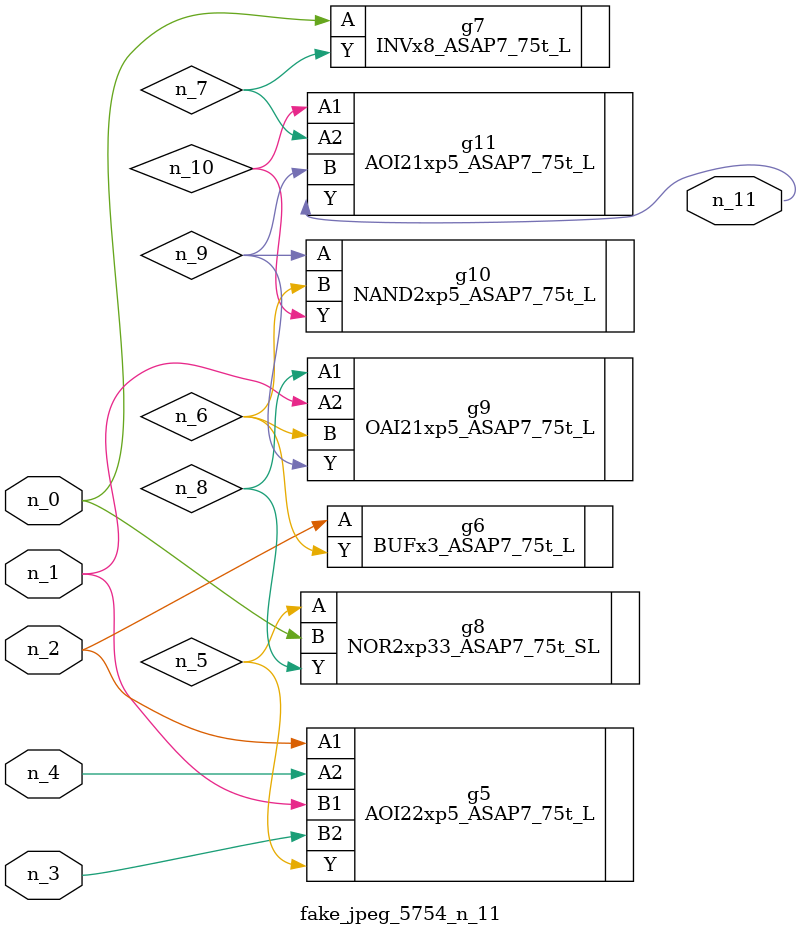
<source format=v>
module fake_jpeg_5754_n_11 (n_3, n_2, n_1, n_0, n_4, n_11);

input n_3;
input n_2;
input n_1;
input n_0;
input n_4;

output n_11;

wire n_10;
wire n_8;
wire n_9;
wire n_6;
wire n_5;
wire n_7;

AOI22xp5_ASAP7_75t_L g5 ( 
.A1(n_2),
.A2(n_4),
.B1(n_1),
.B2(n_3),
.Y(n_5)
);

BUFx3_ASAP7_75t_L g6 ( 
.A(n_2),
.Y(n_6)
);

INVx8_ASAP7_75t_L g7 ( 
.A(n_0),
.Y(n_7)
);

NOR2xp33_ASAP7_75t_SL g8 ( 
.A(n_5),
.B(n_0),
.Y(n_8)
);

OAI21xp5_ASAP7_75t_L g9 ( 
.A1(n_8),
.A2(n_1),
.B(n_6),
.Y(n_9)
);

NAND2xp5_ASAP7_75t_L g10 ( 
.A(n_9),
.B(n_6),
.Y(n_10)
);

AOI21xp5_ASAP7_75t_L g11 ( 
.A1(n_10),
.A2(n_7),
.B(n_9),
.Y(n_11)
);


endmodule
</source>
